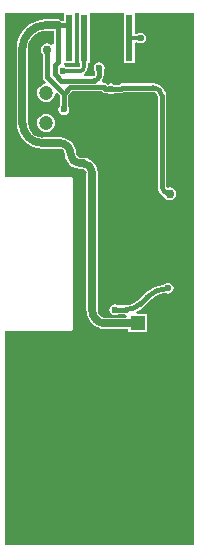
<source format=gbl>
G04*
G04 #@! TF.GenerationSoftware,Altium Limited,Altium Designer,18.1.6 (161)*
G04*
G04 Layer_Physical_Order=2*
G04 Layer_Color=16711680*
%FSLAX24Y24*%
%MOIN*%
G70*
G01*
G75*
%ADD15R,0.0236X0.1575*%
%ADD54C,0.0250*%
%ADD55C,0.0160*%
%ADD56C,0.0120*%
%ADD58C,0.0472*%
%ADD59R,0.0492X0.0492*%
%ADD60C,0.0492*%
%ADD61C,0.0236*%
%ADD62C,0.0315*%
%ADD63C,0.0300*%
%ADD64C,0.0157*%
G36*
X3150Y0D02*
X-3150D01*
X-3150Y7140D01*
X-955D01*
X-909Y7159D01*
X-890Y7205D01*
Y12198D01*
X-890Y12198D01*
Y12205D01*
X-909Y12251D01*
X-955Y12270D01*
X-2894Y12270D01*
X-2896Y12269D01*
X-3149Y12270D01*
X-3150Y12344D01*
X-3150Y17717D01*
X-1178D01*
Y17466D01*
X-1258D01*
X-1305Y17497D01*
X-1377Y17511D01*
X-1772D01*
Y17513D01*
X-1963Y17494D01*
X-2146Y17438D01*
X-2315Y17348D01*
X-2463Y17227D01*
X-2584Y17079D01*
X-2674Y16910D01*
X-2730Y16727D01*
X-2749Y16536D01*
X-2748D01*
Y14063D01*
X-2748D01*
X-2732Y13894D01*
X-2682Y13732D01*
X-2602Y13582D01*
X-2494Y13450D01*
X-2363Y13343D01*
X-2213Y13263D01*
X-2051Y13213D01*
X-1882Y13197D01*
Y13197D01*
X-1309D01*
X-1304Y13198D01*
X-1245Y13186D01*
X-1191Y13150D01*
X-1160Y13105D01*
X-1144Y13031D01*
X-1144D01*
X-1127Y12901D01*
X-1076Y12779D01*
X-996Y12675D01*
X-892Y12595D01*
X-770Y12544D01*
X-640Y12527D01*
Y12528D01*
X-551D01*
X-548Y12528D01*
X-502Y12519D01*
X-461Y12492D01*
X-433Y12450D01*
X-424Y12404D01*
X-425Y12402D01*
Y7811D01*
X-424Y7804D01*
X-412Y7690D01*
X-377Y7575D01*
X-320Y7468D01*
X-244Y7375D01*
X-150Y7298D01*
X-44Y7241D01*
X72Y7206D01*
X186Y7195D01*
X192Y7193D01*
X973D01*
Y7076D01*
X1586D01*
Y7688D01*
X1255D01*
X1235Y7768D01*
X1348Y7828D01*
X1472Y7930D01*
X1471Y7931D01*
X1690Y8149D01*
X1690Y8149D01*
X1749Y8200D01*
X1819Y8258D01*
X1967Y8337D01*
X2128Y8386D01*
X2207Y8394D01*
X2234Y8376D01*
X2303Y8362D01*
X2373Y8376D01*
X2432Y8415D01*
X2471Y8474D01*
X2485Y8543D01*
X2471Y8613D01*
X2432Y8672D01*
X2373Y8711D01*
X2303Y8725D01*
X2234Y8711D01*
X2184Y8678D01*
X2117Y8673D01*
X1943Y8631D01*
X1777Y8562D01*
X1624Y8468D01*
X1487Y8352D01*
X1487Y8352D01*
X1431Y8295D01*
X1269Y8132D01*
X1265Y8127D01*
X1160Y8046D01*
X1032Y7993D01*
X902Y7976D01*
X895Y7977D01*
X628D01*
X591Y8002D01*
X521Y8016D01*
X452Y8002D01*
X393Y7963D01*
X354Y7904D01*
X340Y7835D01*
X354Y7765D01*
X393Y7706D01*
X452Y7667D01*
X521Y7653D01*
X591Y7667D01*
X628Y7692D01*
X815D01*
X875Y7691D01*
X928Y7624D01*
X907Y7571D01*
X192D01*
X184Y7569D01*
X99Y7586D01*
X20Y7638D01*
X-32Y7717D01*
X-49Y7802D01*
X-48Y7811D01*
Y12402D01*
X-47D01*
X-64Y12532D01*
X-114Y12654D01*
X-195Y12758D01*
X-299Y12838D01*
X-421Y12889D01*
X-551Y12906D01*
Y12905D01*
X-640D01*
X-642Y12905D01*
X-689Y12914D01*
X-730Y12941D01*
X-743Y12961D01*
X-765Y13032D01*
X-765D01*
X-784Y13172D01*
X-838Y13303D01*
X-924Y13416D01*
X-1037Y13503D01*
X-1168Y13557D01*
X-1309Y13575D01*
Y13574D01*
X-1882D01*
X-1890Y13573D01*
X-2009Y13588D01*
X-2127Y13637D01*
X-2229Y13716D01*
X-2307Y13817D01*
X-2357Y13936D01*
X-2372Y14055D01*
X-2370Y14063D01*
Y16536D01*
X-2371Y16541D01*
X-2360Y16653D01*
X-2326Y16766D01*
X-2271Y16869D01*
X-2196Y16960D01*
X-2105Y17035D01*
X-2002Y17090D01*
X-1889Y17124D01*
X-1777Y17135D01*
X-1772Y17134D01*
X-1520D01*
Y16696D01*
X-1534Y16684D01*
X-1600Y16660D01*
X-1650Y16694D01*
X-1732Y16710D01*
X-1814Y16694D01*
X-1884Y16647D01*
X-1930Y16578D01*
X-1946Y16496D01*
X-1930Y16414D01*
X-1884Y16345D01*
X-1875Y16339D01*
Y15591D01*
X-1875Y15591D01*
X-1864Y15536D01*
X-1833Y15490D01*
X-1780Y15437D01*
X-1810Y15353D01*
X-1849Y15348D01*
X-1921Y15318D01*
X-1983Y15270D01*
X-2030Y15208D01*
X-2060Y15136D01*
X-2070Y15059D01*
X-2060Y14982D01*
X-2030Y14910D01*
X-1983Y14848D01*
X-1921Y14800D01*
X-1849Y14770D01*
X-1772Y14760D01*
X-1694Y14770D01*
X-1622Y14800D01*
X-1560Y14848D01*
X-1513Y14910D01*
X-1483Y14982D01*
X-1478Y15021D01*
X-1394Y15050D01*
X-1324Y14980D01*
Y14615D01*
X-1349Y14577D01*
X-1363Y14508D01*
X-1349Y14438D01*
X-1310Y14379D01*
X-1251Y14340D01*
X-1181Y14326D01*
X-1112Y14340D01*
X-1053Y14379D01*
X-1013Y14438D01*
X-1000Y14508D01*
X-1013Y14577D01*
X-1038Y14615D01*
Y14980D01*
X-909Y15110D01*
X91D01*
X105Y15096D01*
X105Y15096D01*
X151Y15065D01*
X206Y15054D01*
X206Y15054D01*
X287D01*
X324Y15029D01*
X394Y15015D01*
X463Y15029D01*
X501Y15054D01*
X709D01*
X709Y15054D01*
X763Y15065D01*
X806Y15093D01*
X1802D01*
X1803Y15094D01*
X1858Y15083D01*
X1905Y15051D01*
X1936Y15004D01*
X1947Y14950D01*
X1947Y14949D01*
Y11956D01*
X1946D01*
X1960Y11851D01*
X2001Y11753D01*
X2065Y11669D01*
X2149Y11604D01*
X2163Y11598D01*
X2201Y11542D01*
X2271Y11495D01*
X2353Y11479D01*
X2435Y11495D01*
X2504Y11542D01*
X2550Y11611D01*
X2567Y11693D01*
X2550Y11775D01*
X2504Y11844D01*
X2435Y11891D01*
X2353Y11907D01*
X2271Y11891D01*
X2232Y11956D01*
Y14949D01*
X2233D01*
X2219Y15060D01*
X2175Y15164D01*
X2107Y15254D01*
X2018Y15322D01*
X1913Y15365D01*
X1802Y15380D01*
Y15379D01*
X748D01*
X748Y15379D01*
X693Y15368D01*
X651Y15340D01*
X501D01*
X463Y15365D01*
X394Y15378D01*
X324Y15365D01*
X287Y15340D01*
X265D01*
X251Y15353D01*
X205Y15384D01*
X150Y15395D01*
X150Y15395D01*
X135D01*
X95Y15475D01*
X101Y15483D01*
X132Y15558D01*
X142Y15635D01*
X143Y15637D01*
Y15791D01*
X168Y15828D01*
X182Y15898D01*
X168Y15967D01*
X128Y16026D01*
X69Y16065D01*
X0Y16079D01*
X-69Y16065D01*
X-128Y16026D01*
X-168Y15967D01*
X-182Y15898D01*
X-168Y15828D01*
X-143Y15791D01*
Y15637D01*
X-143D01*
X-150Y15622D01*
X-165Y15616D01*
Y15615D01*
X-497D01*
X-522Y15695D01*
X-460Y15736D01*
X-406Y15817D01*
X-387Y15913D01*
X-389D01*
Y16042D01*
X-322D01*
Y17717D01*
X822D01*
Y16042D01*
X1178D01*
Y16727D01*
X1214Y16744D01*
X1258Y16756D01*
X1308Y16722D01*
X1378Y16708D01*
X1447Y16722D01*
X1506Y16761D01*
X1546Y16820D01*
X1560Y16890D01*
X1546Y16959D01*
X1506Y17018D01*
X1447Y17058D01*
X1378Y17071D01*
X1308Y17058D01*
X1258Y17024D01*
X1214Y17035D01*
X1178Y17052D01*
Y17717D01*
X3150D01*
X3150Y0D01*
D02*
G37*
G36*
X-678Y16042D02*
X-634D01*
Y15913D01*
X-637D01*
X-637Y15913D01*
X-638Y15912D01*
Y15910D01*
X-1088D01*
X-1092Y15916D01*
X-1145Y15951D01*
X-1156Y15996D01*
X-1162Y16039D01*
X-1159Y16042D01*
X-822D01*
Y17717D01*
X-678D01*
Y16042D01*
D02*
G37*
%LPC*%
G36*
X-1772Y14358D02*
X-1849Y14348D01*
X-1921Y14318D01*
X-1983Y14270D01*
X-2030Y14208D01*
X-2060Y14136D01*
X-2070Y14059D01*
X-2060Y13982D01*
X-2030Y13910D01*
X-1983Y13848D01*
X-1921Y13800D01*
X-1849Y13770D01*
X-1772Y13760D01*
X-1694Y13770D01*
X-1622Y13800D01*
X-1560Y13848D01*
X-1513Y13910D01*
X-1483Y13982D01*
X-1473Y14059D01*
X-1483Y14136D01*
X-1513Y14208D01*
X-1560Y14270D01*
X-1622Y14318D01*
X-1694Y14348D01*
X-1772Y14358D01*
D02*
G37*
%LPD*%
D15*
X0Y16890D02*
D03*
X500D02*
D03*
X1000D02*
D03*
X-1000D02*
D03*
X-500D02*
D03*
D54*
X-236Y12402D02*
G03*
X-551Y12717I-315J0D01*
G01*
X-955Y13032D02*
G03*
X-640Y12717I315J0D01*
G01*
X-2559Y14063D02*
G03*
X-1882Y13386I677J0D01*
G01*
X-955Y13032D02*
G03*
X-1309Y13386I-354J0D01*
G01*
X-1772Y17323D02*
G03*
X-2559Y16536I0J-787D01*
G01*
X-236Y7811D02*
G03*
X192Y7382I429J0D01*
G01*
X-236Y7811D02*
Y12402D01*
X-640Y12717D02*
X-551D01*
X-1882Y13386D02*
X-1309D01*
X-1772Y17323D02*
X-1377D01*
X192Y7382D02*
X1280D01*
X-2559Y14063D02*
Y16536D01*
D55*
X-165Y15472D02*
G03*
X0Y15637I0J165D01*
G01*
X2090Y11956D02*
G03*
X2353Y11693I263J0D01*
G01*
X2090Y14949D02*
G03*
X1802Y15236I-288J0D01*
G01*
X2296Y8543D02*
G03*
X1589Y8250I0J-1000D01*
G01*
X895Y7835D02*
G03*
X1370Y8031I0J672D01*
G01*
X-1181Y15039D02*
X-968Y15252D01*
X-1732Y15591D02*
X-1181Y15039D01*
Y14508D02*
Y15039D01*
X-968Y15252D02*
X150D01*
X-1271Y15472D02*
X-165D01*
X-1377Y17323D02*
X-1000D01*
X2090Y11956D02*
Y14949D01*
X748Y15236D02*
X1802D01*
X709Y15197D02*
X748Y15236D01*
X394Y15197D02*
X709D01*
X206D02*
X394D01*
X150Y15252D02*
X206Y15197D01*
X-1479Y15680D02*
X-1271Y15472D01*
X-1479Y15680D02*
Y16002D01*
X-1377Y16103D01*
Y17323D01*
X0Y15637D02*
Y15898D01*
X2296Y8543D02*
X2303D01*
X-1732Y15591D02*
Y16496D01*
X1370Y8031D02*
X1589Y8250D01*
X521Y7835D02*
X895D01*
D56*
X-638Y15787D02*
G03*
X-512Y15913I0J126D01*
G01*
X-1220Y15787D02*
X-638D01*
X-512Y15913D02*
Y16890D01*
X1000D02*
X1378D01*
D58*
X-2598Y12957D02*
D03*
X-1772Y14059D02*
D03*
Y15059D02*
D03*
D59*
X1280Y7382D02*
D03*
D60*
Y6594D02*
D03*
D61*
X-630Y13228D02*
D03*
X-945Y13957D02*
D03*
X2303Y8543D02*
D03*
X0Y15898D02*
D03*
X-1377Y17323D02*
D03*
X-1181Y14508D02*
D03*
X-1220Y15787D02*
D03*
X1378Y16890D02*
D03*
X945Y14961D02*
D03*
X-630D02*
D03*
X394Y15197D02*
D03*
X521Y7835D02*
D03*
D62*
X2638Y8780D02*
D03*
X-1968Y12953D02*
D03*
X2461Y12087D02*
D03*
X-669Y8071D02*
D03*
X2756Y7224D02*
D03*
X2165Y5886D02*
D03*
X1969Y5571D02*
D03*
X2657Y4665D02*
D03*
X1673Y4262D02*
D03*
X-945Y4911D02*
D03*
X-2087Y5276D02*
D03*
X79Y4035D02*
D03*
X-394Y3425D02*
D03*
X2323Y3051D02*
D03*
D63*
X2353Y11693D02*
D03*
X-1732Y16496D02*
D03*
D64*
X157Y13681D02*
D03*
X-157Y14075D02*
D03*
X157D02*
D03*
X-157Y13681D02*
D03*
X0Y13878D02*
D03*
M02*

</source>
